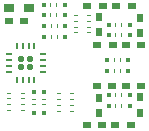
<source format=gtp>
G04 DipTrace 3.0.0.2*
G04 ECGNCHADCBFR0402.gtp*
%MOIN*%
G04 #@! TF.FileFunction,Paste,Top*
G04 #@! TF.Part,Single*
%ADD35C,0.023238*%
%ADD57O,0.025591X0.003937*%
%ADD59O,0.003937X0.025591*%
%ADD61R,0.011811X0.001969*%
%ADD63R,0.011811X0.012795*%
%ADD65R,0.001969X0.011811*%
%ADD67R,0.012795X0.011811*%
%ADD81R,0.035433X0.031496*%
%ADD83R,0.015748X0.001969*%
%ADD85R,0.019685X0.027559*%
%ADD87R,0.027559X0.019685*%
%FSLAX26Y26*%
G04*
G70*
G90*
G75*
G01*
G04 TopPaste*
%LPD*%
D87*
X424024Y102209D3*
X372843D3*
D85*
X411843Y192304D3*
Y141123D3*
D83*
X159657Y147630D3*
Y167315D3*
Y187000D3*
Y206685D3*
X114382D3*
Y187000D3*
Y167315D3*
Y147630D3*
X279231Y204332D3*
Y184647D3*
Y164962D3*
Y145277D3*
X324507D3*
Y164962D3*
Y184647D3*
Y204332D3*
X335335Y466196D3*
Y446510D3*
Y426825D3*
Y407140D3*
X380610D3*
Y426825D3*
Y446510D3*
Y466196D3*
D87*
X458178Y233261D3*
X406997D3*
D81*
X179962Y492697D3*
X113033D3*
D87*
X163012Y448063D3*
X111831D3*
X503875Y232886D3*
X555056D3*
D85*
X550134Y193587D3*
Y142406D3*
D87*
X467867Y102167D3*
X519049D3*
X425705Y499612D3*
X374524D3*
X458463Y368546D3*
X407282D3*
D85*
X411895Y411463D3*
Y462644D3*
X550429Y408917D3*
Y460098D3*
D87*
X503577Y368856D3*
X554759D3*
X470874Y499596D3*
X522055D3*
D67*
X229848Y468037D3*
D65*
X255045D3*
X274730D3*
D67*
X299730D3*
Y503470D3*
D65*
X274730D3*
X255045D3*
D67*
X229848D3*
X445684Y400797D3*
D65*
X470881D3*
X490566D3*
D67*
X515566D3*
Y436230D3*
D65*
X490566D3*
X470881D3*
D67*
X445684D3*
D63*
X195571Y211807D3*
D61*
Y186610D3*
Y166925D3*
D63*
Y141925D3*
X231004D3*
D61*
Y166925D3*
Y186610D3*
D63*
Y211807D3*
D67*
X230327Y395020D3*
D65*
X255524D3*
X275209D3*
D67*
X300209D3*
Y430453D3*
D65*
X275209D3*
X255524D3*
D67*
X230327D3*
X440329Y283318D3*
D65*
X465526D3*
X485211D3*
D67*
X510211D3*
Y318751D3*
D65*
X485211D3*
X465526D3*
D67*
X440329D3*
X445589Y165491D3*
D65*
X470786D3*
X490471D3*
D67*
X515471D3*
Y200924D3*
D65*
X490471D3*
X470786D3*
D67*
X445589D3*
D35*
X182836Y295113D3*
Y322994D3*
X154962Y295113D3*
Y322994D3*
D59*
X198427Y366139D3*
X178741D3*
X159056D3*
X139371D3*
D57*
X111812Y338580D3*
Y318895D3*
Y299210D3*
Y279525D3*
D59*
X139371Y251966D3*
X159056D3*
X178741D3*
X198427D3*
D57*
X225986Y279525D3*
Y299210D3*
Y318895D3*
Y338580D3*
M02*

</source>
